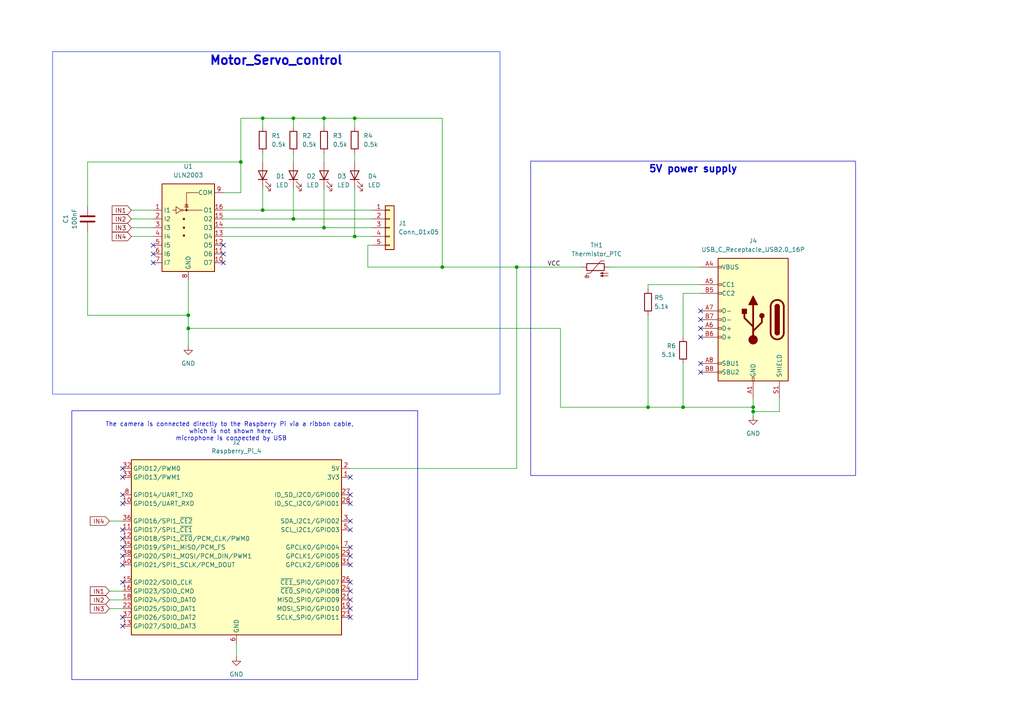
<source format=kicad_sch>
(kicad_sch (version 20250114) (generator "eeschema") (generator_version "9.0")
  (paper "A4")
  (title_block (title "Camera Navigation by Microphone Direction") (date "2025-11-26") (rev "3.0"))
  (lib_symbols
    (symbol "Connector:Raspberry_Pi_4"
      (property "Reference" "J" (at -17.526 48.768 0))
      (property "Value" "Raspberry_Pi_4" (at 15.748 -26.416 0))
      (symbol "Raspberry_Pi_4_0_1"
        (rectangle (start -30.48 25.4) (end 30.48 -25.4) (stroke (width 0.254)) (fill (type background)))
      )
      (symbol "Raspberry_Pi_4_1_1"
        (pin bidirectional line (at -33.02 22.86 0) (length 2.54) (name "GPIO12/PWM0") (number "32"))
        (pin bidirectional line (at -33.02 20.32 0) (length 2.54) (name "GPIO13/PWM1") (number "33"))
        (pin bidirectional line (at -33.02 15.24 0) (length 2.54) (name "GPIO14/UART_TXD") (number "8"))
        (pin bidirectional line (at -33.02 12.7 0) (length 2.54) (name "GPIO15/UART_RXD") (number "10"))
        (pin bidirectional line (at -33.02 7.62 0) (length 2.54) (name "GPIO16/SPI1_~{CE2}") (number "36"))
        (pin bidirectional line (at -33.02 5.08 0) (length 2.54) (name "GPIO17/SPI1_~{CE1}") (number "11"))
        (pin bidirectional line (at -33.02 2.54 0) (length 2.54) (name "GPIO18/SPI1_~{CE0}/PCM_CLK/PWM0") (number "12"))
        (pin bidirectional line (at -33.02 0 0) (length 2.54) (name "GPIO19/SPI1_MISO/PCM_FS") (number "35"))
        (pin bidirectional line (at -33.02 -2.54 0) (length 2.54) (name "GPIO20/SPI1_MOSI/PCM_DIN/PWM1") (number "38"))
        (pin bidirectional line (at -33.02 -5.08 0) (length 2.54) (name "GPIO21/SPI1_SCLK/PCM_DOUT") (number "40"))
        (pin bidirectional line (at -33.02 -10.16 0) (length 2.54) (name "GPIO22/SDIO_CLK") (number "15"))
        (pin bidirectional line (at -33.02 -12.7 0) (length 2.54) (name "GPIO23/SDIO_CMD") (number "16"))
        (pin bidirectional line (at -33.02 -15.24 0) (length 2.54) (name "GPIO24/SDIO_DAT0") (number "18"))
        (pin bidirectional line (at -33.02 -17.78 0) (length 2.54) (name "GPIO25/SDIO_DAT1") (number "22"))
        (pin bidirectional line (at -33.02 -20.32 0) (length 2.54) (name "GPIO26/SDIO_DAT2") (number "37"))
        (pin bidirectional line (at -33.02 -22.86 0) (length 2.54) (name "GPIO27/SDIO_DAT3") (number "13"))
        (pin passive line (at 0 -27.94 90) (length 2.54) (hide yes) (name "GND") (number "14"))
        (pin passive line (at 0 -27.94 90) (length 2.54) (hide yes) (name "GND") (number "20"))
        (pin passive line (at 0 -27.94 90) (length 2.54) (hide yes) (name "GND") (number "25"))
        (pin passive line (at 0 -27.94 90) (length 2.54) (hide yes) (name "GND") (number "30"))
        (pin passive line (at 0 -27.94 90) (length 2.54) (hide yes) (name "GND") (number "34"))
        (pin passive line (at 0 -27.94 90) (length 2.54) (hide yes) (name "GND") (number "39"))
        (pin power_out line (at 0 -27.94 90) (length 2.54) (name "GND") (number "6"))
        (pin passive line (at 0 -27.94 90) (length 2.54) (hide yes) (name "GND") (number "9"))
        (pin power_out line (at 33.02 22.86 180) (length 2.54) (name "5V") (number "2"))
        (pin passive line (at 33.02 22.86 180) (length 2.54) (hide yes) (name "5V") (number "4"))
        (pin power_out line (at 33.02 20.32 180) (length 2.54) (name "3V3") (number "1"))
        (pin passive line (at 33.02 20.32 180) (length 2.54) (hide yes) (name "3V3") (number "17"))
        (pin bidirectional line (at 33.02 15.24 180) (length 2.54) (name "ID_SD_I2C0/GPIO00") (number "27"))
        (pin bidirectional line (at 33.02 12.7 180) (length 2.54) (name "ID_SC_I2C0/GPIO01") (number "28"))
        (pin bidirectional line (at 33.02 7.62 180) (length 2.54) (name "SDA_I2C1/GPIO02") (number "3"))
        (pin bidirectional line (at 33.02 5.08 180) (length 2.54) (name "SCL_I2C1/GPIO03") (number "5"))
        (pin bidirectional line (at 33.02 0 180) (length 2.54) (name "GPCLK0/GPIO04") (number "7"))
        (pin bidirectional line (at 33.02 -2.54 180) (length 2.54) (name "GPCLK1/GPIO05") (number "29"))
        (pin bidirectional line (at 33.02 -5.08 180) (length 2.54) (name "GPCLK2/GPIO06") (number "31"))
        (pin bidirectional line (at 33.02 -10.16 180) (length 2.54) (name "~{CE1}_SPI0/GPIO07") (number "26"))
        (pin bidirectional line (at 33.02 -12.7 180) (length 2.54) (name "~{CE0}_SPI0/GPIO08") (number "24"))
        (pin bidirectional line (at 33.02 -15.24 180) (length 2.54) (name "MISO_SPI0/GPIO09") (number "21"))
        (pin bidirectional line (at 33.02 -17.78 180) (length 2.54) (name "MOSI_SPI0/GPIO10") (number "19"))
        (pin bidirectional line (at 33.02 -20.32 180) (length 2.54) (name "SCLK_SPI0/GPIO11") (number "23"))
      )
    )
    (symbol "Connector:USB_C_Receptacle_USB2.0_16P" (pin_names (offset 1.016))
      (property "Reference" "J" (at 0 22.225 0))
      (property "Value" "USB_C_Receptacle_USB2.0_16P" (at 0 19.685 0))
      (symbol "USB_C_Receptacle_USB2.0_16P_0_0"
        (rectangle (start -0.254 -17.78) (end 0.254 -16.764))
        (rectangle (start 10.16 15.494) (end 9.144 14.986))
        (rectangle (start 10.16 10.414) (end 9.144 9.906))
        (rectangle (start 10.16 7.874) (end 9.144 7.366))
        (rectangle (start 10.16 2.794) (end 9.144 2.286))
        (rectangle (start 10.16 0.254) (end 9.144 -0.254))
        (rectangle (start 10.16 -2.286) (end 9.144 -2.794))
        (rectangle (start 10.16 -4.826) (end 9.144 -5.334))
        (rectangle (start 10.16 -12.446) (end 9.144 -12.954))
        (rectangle (start 10.16 -14.986) (end 9.144 -15.494))
      )
      (symbol "USB_C_Receptacle_USB2.0_16P_0_1"
        (rectangle (start -10.16 17.78) (end 10.16 -17.78) (stroke (width 0.254)) (fill (type background)))
        (polyline (pts (xy -8.89 -3.81) (xy -8.89 3.81)) (stroke (width 0.508)))
        (rectangle (start -7.62 -3.81) (end -6.35 3.81) (stroke (width 0.254)) (fill (type outline)))
        (arc (start -7.62 3.81) (mid -6.985 4.4423) (end -6.35 3.81) (stroke (width 0.254)))
        (arc (start -7.62 3.81) (mid -6.985 4.4423) (end -6.35 3.81) (stroke (width 0.254)) (fill (type outline)))
        (arc (start -8.89 3.81) (mid -6.985 5.7067) (end -5.08 3.81) (stroke (width 0.508)))
        (arc (start -5.08 -3.81) (mid -6.985 -5.7067) (end -8.89 -3.81) (stroke (width 0.508)))
        (arc (start -6.35 -3.81) (mid -6.985 -4.4423) (end -7.62 -3.81) (stroke (width 0.254)))
        (arc (start -6.35 -3.81) (mid -6.985 -4.4423) (end -7.62 -3.81) (stroke (width 0.254)) (fill (type outline)))
        (polyline (pts (xy -5.08 3.81) (xy -5.08 -3.81)) (stroke (width 0.508)))
        (circle (center -2.54 1.143) (radius 0.635) (stroke (width 0.254)) (fill (type outline)))
        (polyline (pts (xy -1.27 4.318) (xy 0 6.858) (xy 1.27 4.318) (xy -1.27 4.318)) (stroke (width 0.254)) (fill (type outline)))
        (polyline (pts (xy 0 -2.032) (xy 2.54 0.508) (xy 2.54 1.778)) (stroke (width 0.508)))
        (polyline (pts (xy 0 -3.302) (xy -2.54 -0.762) (xy -2.54 0.508)) (stroke (width 0.508)))
        (polyline (pts (xy 0 -5.842) (xy 0 4.318)) (stroke (width 0.508)))
        (circle (center 0 -5.842) (radius 1.27) (fill (type outline)))
        (rectangle (start 1.905 1.778) (end 3.175 3.048) (stroke (width 0.254)) (fill (type outline)))
      )
      (symbol "USB_C_Receptacle_USB2.0_16P_1_1"
        (pin passive line (at -7.62 -22.86 90) (length 5.08) (name "SHIELD") (number "S1"))
        (pin passive line (at 0 -22.86 90) (length 5.08) (name "GND") (number "A1"))
        (pin passive line (at 0 -22.86 90) (length 5.08) (hide yes) (name "GND") (number "A12"))
        (pin passive line (at 0 -22.86 90) (length 5.08) (hide yes) (name "GND") (number "B1"))
        (pin passive line (at 0 -22.86 90) (length 5.08) (hide yes) (name "GND") (number "B12"))
        (pin passive line (at 15.24 15.24 180) (length 5.08) (name "VBUS") (number "A4"))
        (pin passive line (at 15.24 15.24 180) (length 5.08) (hide yes) (name "VBUS") (number "A9"))
        (pin passive line (at 15.24 15.24 180) (length 5.08) (hide yes) (name "VBUS") (number "B4"))
        (pin passive line (at 15.24 15.24 180) (length 5.08) (hide yes) (name "VBUS") (number "B9"))
        (pin bidirectional line (at 15.24 10.16 180) (length 5.08) (name "CC1") (number "A5"))
        (pin bidirectional line (at 15.24 7.62 180) (length 5.08) (name "CC2") (number "B5"))
        (pin bidirectional line (at 15.24 2.54 180) (length 5.08) (name "D-") (number "A7"))
        (pin bidirectional line (at 15.24 0 180) (length 5.08) (name "D-") (number "B7"))
        (pin bidirectional line (at 15.24 -2.54 180) (length 5.08) (name "D+") (number "A6"))
        (pin bidirectional line (at 15.24 -5.08 180) (length 5.08) (name "D+") (number "B6"))
        (pin bidirectional line (at 15.24 -12.7 180) (length 5.08) (name "SBU1") (number "A8"))
        (pin bidirectional line (at 15.24 -15.24 180) (length 5.08) (name "SBU2") (number "B8"))
      )
    )
    (symbol "Connector_Generic:Conn_01x05" (pin_names (offset 1.016) (hide yes))
      (property "Reference" "J" (at 0 7.62 0))
      (property "Value" "Conn_01x05" (at 0 -7.62 0))
      (symbol "Conn_01x05_1_1"
        (rectangle (start -1.27 6.35) (end 1.27 -6.35) (stroke (width 0.254)) (fill (type background)))
        (rectangle (start -1.27 5.207) (end 0 4.953) (stroke (width 0.1524)))
        (rectangle (start -1.27 2.667) (end 0 2.413) (stroke (width 0.1524)))
        (rectangle (start -1.27 0.127) (end 0 -0.127) (stroke (width 0.1524)))
        (rectangle (start -1.27 -2.413) (end 0 -2.667) (stroke (width 0.1524)))
        (rectangle (start -1.27 -4.953) (end 0 -5.207) (stroke (width 0.1524)))
        (pin passive line (at -5.08 5.08 0) (length 3.81) (name "Pin_1") (number "1"))
        (pin passive line (at -5.08 2.54 0) (length 3.81) (name "Pin_2") (number "2"))
        (pin passive line (at -5.08 0 0) (length 3.81) (name "Pin_3") (number "3"))
        (pin passive line (at -5.08 -2.54 0) (length 3.81) (name "Pin_4") (number "4"))
        (pin passive line (at -5.08 -5.08 0) (length 3.81) (name "Pin_5") (number "5"))
      )
    )
    (symbol "Device:C" (pin_numbers (hide yes)) (pin_names (offset 0.254))
      (property "Reference" "C" (at 0.635 2.54 0))
      (property "Value" "C" (at 0.635 -2.54 0))
      (symbol "C_0_1"
        (polyline (pts (xy -2.032 0.762) (xy 2.032 0.762)) (stroke (width 0.508)))
        (polyline (pts (xy -2.032 -0.762) (xy 2.032 -0.762)) (stroke (width 0.508)))
      )
      (symbol "C_1_1"
        (pin passive line (at 0 3.81 270) (length 2.794) (name "~") (number "1"))
        (pin passive line (at 0 -3.81 90) (length 2.794) (name "~") (number "2"))
      )
    )
    (symbol "Device:LED" (pin_numbers (hide yes)) (pin_names (offset 1.016) (hide yes))
      (property "Reference" "D" (at 0 2.54 0))
      (property "Value" "LED" (at 0 -2.54 0))
      (symbol "LED_0_1"
        (polyline (pts (xy -3.048 -0.762) (xy -4.572 -2.286) (xy -3.81 -2.286) (xy -4.572 -2.286) (xy -4.572 -1.524)))
        (polyline (pts (xy -1.778 -0.762) (xy -3.302 -2.286) (xy -2.54 -2.286) (xy -3.302 -2.286) (xy -3.302 -1.524)))
        (polyline (pts (xy -1.27 0) (xy 1.27 0)))
        (polyline (pts (xy -1.27 -1.27) (xy -1.27 1.27)) (stroke (width 0.254)))
        (polyline (pts (xy 1.27 -1.27) (xy 1.27 1.27) (xy -1.27 0) (xy 1.27 -1.27)) (stroke (width 0.254)))
      )
      (symbol "LED_1_1"
        (pin passive line (at -3.81 0 0) (length 2.54) (name "K") (number "1"))
        (pin passive line (at 3.81 0 180) (length 2.54) (name "A") (number "2"))
      )
    )
    (symbol "Device:R" (pin_numbers (hide yes)) (pin_names (offset 0))
      (property "Reference" "R" (at 2.032 0 90))
      (property "Value" "R" (at 0 0 90))
      (symbol "R_0_1"
        (rectangle (start -1.016 -2.54) (end 1.016 2.54) (stroke (width 0.254)))
      )
      (symbol "R_1_1"
        (pin passive line (at 0 3.81 270) (length 1.27) (name "~") (number "1"))
        (pin passive line (at 0 -3.81 90) (length 1.27) (name "~") (number "2"))
      )
    )
    (symbol "Device:Thermistor_PTC" (pin_numbers (hide yes)) (pin_names (offset 0))
      (property "Reference" "TH" (at -4.064 0 90))
      (property "Value" "Thermistor_PTC" (at 3.048 0 90))
      (symbol "Thermistor_PTC_0_1"
        (arc (start -3.175 2.413) (mid -3.0506 2.3165) (end -3.048 2.159))
        (arc (start -3.048 2.794) (mid -2.9736 2.9736) (end -2.794 3.048))
        (arc (start -2.794 3.048) (mid -2.6144 2.9736) (end -2.54 2.794))
        (arc (start -2.794 2.54) (mid -2.9736 2.6144) (end -3.048 2.794))
        (arc (start -2.794 1.905) (mid -2.9736 1.9794) (end -3.048 2.159))
        (arc (start -2.54 2.159) (mid -2.6144 1.9794) (end -2.794 1.905))
        (arc (start -2.159 2.794) (mid -2.434 2.5608) (end -2.794 2.54))
        (polyline (pts (xy -2.54 2.159) (xy -2.54 2.794)))
        (polyline (pts (xy -2.54 -3.683) (xy -2.54 -1.397) (xy -2.794 -2.159) (xy -2.286 -2.159) (xy -2.54 -1.397) (xy -2.54 -1.651)) (fill (type outline)))
        (polyline (pts (xy -1.778 2.54) (xy -1.778 1.524) (xy 1.778 -1.524) (xy 1.778 -2.54)))
        (polyline (pts (xy -1.778 -3.683) (xy -1.778 -1.397) (xy -2.032 -2.159) (xy -1.524 -2.159) (xy -1.778 -1.397) (xy -1.778 -1.651)) (fill (type outline)))
        (rectangle (start -1.016 2.54) (end 1.016 -2.54) (stroke (width 0.254)))
      )
      (symbol "Thermistor_PTC_1_1"
        (pin passive line (at 0 3.81 270) (length 1.27) (name "~") (number "1"))
        (pin passive line (at 0 -3.81 90) (length 1.27) (name "~") (number "2"))
      )
    )
    (symbol "Transistor_Array:ULN2003"
      (property "Reference" "U" (at 0 15.875 0))
      (property "Value" "ULN2003" (at 0 13.97 0))
      (symbol "ULN2003_0_1"
        (rectangle (start -7.62 -12.7) (end 7.62 12.7) (stroke (width 0.254)) (fill (type background)))
        (polyline (pts (xy -4.572 5.08) (xy -3.556 5.08)))
        (polyline (pts (xy -3.556 6.096) (xy -3.556 4.064) (xy -2.032 5.08) (xy -3.556 6.096)))
        (circle (center -1.778 5.08) (radius 0.254))
        (polyline (pts (xy -1.524 5.08) (xy 4.064 5.08)))
        (circle (center -1.27 2.54) (radius 0.254) (fill (type outline)))
        (circle (center -1.27 0) (radius 0.254) (fill (type outline)))
        (circle (center -1.27 -2.286) (radius 0.254) (fill (type outline)))
        (circle (center -0.508 5.08) (radius 0.254) (fill (type outline)))
        (polyline (pts (xy -0.508 5.08) (xy -0.508 10.16) (xy 2.921 10.16)))
        (polyline (pts (xy 0 6.731) (xy -1.016 6.731)))
        (polyline (pts (xy 0 5.969) (xy -1.016 5.969) (xy -0.508 6.731) (xy 0 5.969)))
      )
      (symbol "ULN2003_1_1"
        (pin input line (at -10.16 5.08 0) (length 2.54) (name "I1") (number "1"))
        (pin input line (at -10.16 2.54 0) (length 2.54) (name "I2") (number "2"))
        (pin input line (at -10.16 0 0) (length 2.54) (name "I3") (number "3"))
        (pin input line (at -10.16 -2.54 0) (length 2.54) (name "I4") (number "4"))
        (pin input line (at -10.16 -5.08 0) (length 2.54) (name "I5") (number "5"))
        (pin input line (at -10.16 -7.62 0) (length 2.54) (name "I6") (number "6"))
        (pin input line (at -10.16 -10.16 0) (length 2.54) (name "I7") (number "7"))
        (pin power_in line (at 0 -15.24 90) (length 2.54) (name "GND") (number "8"))
        (pin passive line (at 10.16 10.16 180) (length 2.54) (name "COM") (number "9"))
        (pin open_collector line (at 10.16 5.08 180) (length 2.54) (name "O1") (number "16"))
        (pin open_collector line (at 10.16 2.54 180) (length 2.54) (name "O2") (number "15"))
        (pin open_collector line (at 10.16 0 180) (length 2.54) (name "O3") (number "14"))
        (pin open_collector line (at 10.16 -2.54 180) (length 2.54) (name "O4") (number "13"))
        (pin open_collector line (at 10.16 -5.08 180) (length 2.54) (name "O5") (number "12"))
        (pin open_collector line (at 10.16 -7.62 180) (length 2.54) (name "O6") (number "11"))
        (pin open_collector line (at 10.16 -10.16 180) (length 2.54) (name "O7") (number "10"))
      )
    )
    (symbol "power:GND" (power) (pin_numbers (hide yes)) (pin_names (offset 0) (hide yes))
      (property "Value" "GND" (at 0 -3.81 0))
      (symbol "GND_0_1"
        (polyline (pts (xy 0 0) (xy 0 -1.27) (xy 1.27 -1.27) (xy 0 -2.54) (xy -1.27 -1.27) (xy 0 -1.27)))
      )
      (symbol "GND_1_1"
        (pin power_in line (at 0 0 270) (length 0) (name "~") (number "1"))
      )
    )
  )
  (text "The camera is connected directly to the Raspberry Pi via a ribbon cable, \nwhich is not shown here.\nmicrophone is connected by USB" (at 67.056 125.222 0) (effects (font (size 1.27 1.27))))
  (text_box "Motor_Servo_control\n" (at 15.24 14.986 0) (size 129.794 99.314) (margins 0.9525 0.9525 0.9525 0.9525) (stroke (width 0) (color 20 58 255 1)) (effects (font (size 2.54 2.54) (thickness 0.508) (bold yes)) (justify top)))
  (text_box "5V power supply" (at 153.924 46.736 0) (size 94.234 91.186) (margins 0.9525 0.9525 0.9525 0.9525) (effects (font (size 2.032 2.032) (thickness 0.4064) (bold yes)) (justify top)))
  (text_box "" (at 20.828 119.126 0) (size 100.33 77.978) (margins 0.9525 0.9525 0.9525 0.9525) (effects (font (size 1.27 1.27)) (justify left top)))
  (junction (at 85.09 63.5))
  (junction (at 69.85 46.99))
  (junction (at 102.87 34.29))
  (junction (at 187.96 118.11))
  (junction (at 128.27 77.47))
  (junction (at 54.61 91.44))
  (junction (at 102.87 68.58))
  (junction (at 54.61 95.25))
  (junction (at 218.44 118.11))
  (junction (at 149.86 77.47))
  (junction (at 76.2 34.29))
  (junction (at 198.12 118.11))
  (junction (at 93.98 34.29))
  (junction (at 76.2 60.96))
  (junction (at 218.44 119.38))
  (junction (at 85.09 34.29))
  (junction (at 93.98 66.04))
  (no_connect (at 101.6 151.13))
  (no_connect (at 203.2 97.79))
  (no_connect (at 203.2 107.95))
  (no_connect (at 64.77 76.2))
  (no_connect (at 101.6 173.99))
  (no_connect (at 44.45 73.66))
  (no_connect (at 203.2 92.71))
  (no_connect (at 44.45 71.12))
  (no_connect (at 101.6 163.83))
  (no_connect (at 101.6 138.43))
  (no_connect (at 101.6 168.91))
  (no_connect (at 35.56 143.51))
  (no_connect (at 35.56 153.67))
  (no_connect (at 35.56 138.43))
  (no_connect (at 203.2 105.41))
  (no_connect (at 35.56 156.21))
  (no_connect (at 35.56 146.05))
  (no_connect (at 35.56 168.91))
  (no_connect (at 203.2 90.17))
  (no_connect (at 101.6 153.67))
  (no_connect (at 101.6 179.07))
  (no_connect (at 35.56 181.61))
  (no_connect (at 64.77 73.66))
  (no_connect (at 35.56 135.89))
  (no_connect (at 35.56 163.83))
  (no_connect (at 35.56 161.29))
  (no_connect (at 203.2 95.25))
  (no_connect (at 101.6 161.29))
  (no_connect (at 64.77 71.12))
  (no_connect (at 35.56 158.75))
  (no_connect (at 35.56 179.07))
  (no_connect (at 101.6 158.75))
  (no_connect (at 101.6 143.51))
  (no_connect (at 101.6 176.53))
  (no_connect (at 44.45 76.2))
  (no_connect (at 101.6 146.05))
  (no_connect (at 101.6 171.45))
  (wire (pts (xy 198.12 85.09) (xy 203.2 85.09)))
  (wire (pts (xy 106.68 77.47) (xy 106.68 71.12)))
  (wire (pts (xy 93.98 44.45) (xy 93.98 46.99)))
  (wire (pts (xy 162.56 118.11) (xy 187.96 118.11)))
  (wire (pts (xy 226.06 115.57) (xy 226.06 119.38)))
  (wire (pts (xy 85.09 34.29) (xy 93.98 34.29)))
  (wire (pts (xy 31.75 176.53) (xy 35.56 176.53)))
  (wire (pts (xy 54.61 95.25) (xy 162.56 95.25)))
  (wire (pts (xy 38.1 63.5) (xy 44.45 63.5)))
  (wire (pts (xy 187.96 91.44) (xy 187.96 118.11)))
  (wire (pts (xy 128.27 77.47) (xy 106.68 77.47)))
  (wire (pts (xy 198.12 105.41) (xy 198.12 118.11)))
  (wire (pts (xy 38.1 66.04) (xy 44.45 66.04)))
  (wire (pts (xy 64.77 63.5) (xy 85.09 63.5)))
  (wire (pts (xy 218.44 115.57) (xy 218.44 118.11)))
  (wire (pts (xy 25.4 91.44) (xy 25.4 67.31)))
  (wire (pts (xy 102.87 34.29) (xy 102.87 36.83)))
  (wire (pts (xy 106.68 71.12) (xy 107.95 71.12)))
  (wire (pts (xy 31.75 171.45) (xy 35.56 171.45)))
  (wire (pts (xy 128.27 77.47) (xy 149.86 77.47)))
  (wire (pts (xy 93.98 34.29) (xy 102.87 34.29)))
  (wire (pts (xy 162.56 95.25) (xy 162.56 118.11)))
  (wire (pts (xy 76.2 44.45) (xy 76.2 46.99)))
  (wire (pts (xy 102.87 54.61) (xy 102.87 68.58)))
  (wire (pts (xy 128.27 34.29) (xy 128.27 77.47)))
  (wire (pts (xy 31.75 173.99) (xy 35.56 173.99)))
  (wire (pts (xy 54.61 81.28) (xy 54.61 91.44)))
  (wire (pts (xy 64.77 55.88) (xy 69.85 55.88)))
  (wire (pts (xy 25.4 59.69) (xy 25.4 46.99)))
  (wire (pts (xy 54.61 91.44) (xy 54.61 95.25)))
  (wire (pts (xy 93.98 54.61) (xy 93.98 66.04)))
  (wire (pts (xy 38.1 60.96) (xy 44.45 60.96)))
  (wire (pts (xy 85.09 63.5) (xy 107.95 63.5)))
  (wire (pts (xy 31.75 151.13) (xy 35.56 151.13)))
  (wire (pts (xy 93.98 66.04) (xy 107.95 66.04)))
  (wire (pts (xy 102.87 44.45) (xy 102.87 46.99)))
  (wire (pts (xy 85.09 44.45) (xy 85.09 46.99)))
  (wire (pts (xy 69.85 46.99) (xy 69.85 34.29)))
  (wire (pts (xy 69.85 55.88) (xy 69.85 46.99)))
  (wire (pts (xy 64.77 60.96) (xy 76.2 60.96)))
  (wire (pts (xy 226.06 119.38) (xy 218.44 119.38)))
  (wire (pts (xy 54.61 95.25) (xy 54.61 100.33)))
  (wire (pts (xy 69.85 34.29) (xy 76.2 34.29)))
  (wire (pts (xy 54.61 91.44) (xy 25.4 91.44)))
  (wire (pts (xy 68.58 186.69) (xy 68.58 190.5)))
  (wire (pts (xy 149.86 135.89) (xy 149.86 77.47)))
  (wire (pts (xy 38.1 68.58) (xy 44.45 68.58)))
  (wire (pts (xy 187.96 118.11) (xy 198.12 118.11)))
  (wire (pts (xy 76.2 34.29) (xy 85.09 34.29)))
  (wire (pts (xy 102.87 34.29) (xy 128.27 34.29)))
  (wire (pts (xy 187.96 82.55) (xy 203.2 82.55)))
  (wire (pts (xy 102.87 68.58) (xy 107.95 68.58)))
  (wire (pts (xy 25.4 46.99) (xy 69.85 46.99)))
  (wire (pts (xy 187.96 83.82) (xy 187.96 82.55)))
  (wire (pts (xy 101.6 135.89) (xy 149.86 135.89)))
  (wire (pts (xy 198.12 118.11) (xy 218.44 118.11)))
  (wire (pts (xy 85.09 34.29) (xy 85.09 36.83)))
  (wire (pts (xy 76.2 54.61) (xy 76.2 60.96)))
  (wire (pts (xy 64.77 66.04) (xy 93.98 66.04)))
  (wire (pts (xy 64.77 68.58) (xy 102.87 68.58)))
  (wire (pts (xy 198.12 97.79) (xy 198.12 85.09)))
  (wire (pts (xy 76.2 60.96) (xy 107.95 60.96)))
  (wire (pts (xy 149.86 77.47) (xy 168.91 77.47)))
  (wire (pts (xy 93.98 34.29) (xy 93.98 36.83)))
  (wire (pts (xy 218.44 118.11) (xy 218.44 119.38)))
  (wire (pts (xy 176.53 77.47) (xy 203.2 77.47)))
  (wire (pts (xy 85.09 54.61) (xy 85.09 63.5)))
  (wire (pts (xy 76.2 36.83) (xy 76.2 34.29)))
  (wire (pts (xy 218.44 119.38) (xy 218.44 120.65)))
  (label "VCC" (at 158.75 77.47 0))
  (global_label "IN3" (shape input) (at 38.1 66.04 180) (property "Intersheetrefs" "${INTERSHEET_REFS}" (effects (hide yes))))
  (global_label "IN1" (shape input) (at 38.1 60.96 180) (property "Intersheetrefs" "${INTERSHEET_REFS}" (effects (hide yes))))
  (global_label "IN2" (shape input) (at 38.1 63.5 180) (property "Intersheetrefs" "${INTERSHEET_REFS}" (effects (hide yes))))
  (global_label "IN2" (shape input) (at 31.75 173.99 180) (property "Intersheetrefs" "${INTERSHEET_REFS}" (effects (hide yes))))
  (global_label "IN3" (shape input) (at 31.75 176.53 180) (property "Intersheetrefs" "${INTERSHEET_REFS}" (effects (hide yes))))
  (global_label "IN1" (shape input) (at 31.75 171.45 180) (property "Intersheetrefs" "${INTERSHEET_REFS}" (effects (hide yes))))
  (global_label "IN4" (shape input) (at 31.75 151.13 180) (property "Intersheetrefs" "${INTERSHEET_REFS}" (effects (hide yes))))
  (global_label "IN4" (shape input) (at 38.1 68.58 180) (property "Intersheetrefs" "${INTERSHEET_REFS}" (effects (hide yes))))
  (symbol (lib_id "Connector:USB_C_Receptacle_USB2.0_16P") (at 218.44 92.71 0) (mirror y) (unit 1)
    (property "Reference" "J4" (at 218.44 69.85 0))
    (property "Value" "USB_C_Receptacle_USB2.0_16P" (at 218.44 72.39 0))
    (property "Footprint" "Connector_USB:USB_C_Receptacle_GCT_USB4105-xx-A_16P_TopMnt_Horizontal" (effects (hide yes)))
    (property "Datasheet" "https://www.usb.org/sites/default/files/documents/usb_type-c.zip" (effects (hide yes)))
    (property "Description" "USB 2.0-only 16P Type-C Receptacle connector" (effects (hide yes)))
  )
  (symbol (lib_id "power:GND") (at 218.44 120.65 0) (unit 1)
    (property "Reference" "#PWR03" (effects (hide yes)))
    (property "Value" "GND" (at 218.44 125.73 0))
    (property "Description" "Power symbol creates a global label with name \"GND\" , ground" (effects (hide yes)))
  )
  (symbol (lib_id "Device:R") (at 85.09 40.64 0) (unit 1)
    (property "Reference" "R2" (at 87.63 39.3699 0) (effects (justify left)))
    (property "Value" "0.5k" (at 87.63 41.9099 0) (effects (justify left)))
    (property "Footprint" "Resistor_SMD:R_0805_2012Metric_Pad1.20x1.40mm_HandSolder" (effects (hide yes)))
    (property "Description" "Resistor" (effects (hide yes)))
  )
  (symbol (lib_id "Device:R") (at 76.2 40.64 0) (unit 1)
    (property "Reference" "R1" (at 78.74 39.3699 0) (effects (justify left)))
    (property "Value" "0.5k" (at 78.74 41.9099 0) (effects (justify left)))
    (property "Footprint" "Resistor_SMD:R_0805_2012Metric_Pad1.20x1.40mm_HandSolder" (effects (hide yes)))
    (property "Description" "Resistor" (effects (hide yes)))
  )
  (symbol (lib_id "Device:LED") (at 102.87 50.8 90) (unit 1)
    (property "Reference" "D4" (at 106.68 51.1174 90) (effects (justify right)))
    (property "Value" "LED" (at 106.68 53.6574 90) (effects (justify right)))
    (property "Footprint" "LED_THT:LED_D3.0mm" (effects (hide yes)))
    (property "Description" "Light emitting diode" (effects (hide yes)))
    (property "Sim.Pins" "1=K 2=A" (effects (hide yes)))
  )
  (symbol (lib_id "Device:R") (at 93.98 40.64 0) (unit 1)
    (property "Reference" "R3" (at 96.52 39.3699 0) (effects (justify left)))
    (property "Value" "0.5k" (at 96.52 41.9099 0) (effects (justify left)))
    (property "Footprint" "Resistor_SMD:R_0805_2012Metric_Pad1.20x1.40mm_HandSolder" (effects (hide yes)))
    (property "Description" "Resistor" (effects (hide yes)))
  )
  (symbol (lib_id "Device:LED") (at 85.09 50.8 90) (unit 1)
    (property "Reference" "D2" (at 88.9 51.1174 90) (effects (justify right)))
    (property "Value" "LED" (at 88.9 53.6574 90) (effects (justify right)))
    (property "Footprint" "LED_THT:LED_D3.0mm" (effects (hide yes)))
    (property "Description" "Light emitting diode" (effects (hide yes)))
    (property "Sim.Pins" "1=K 2=A" (effects (hide yes)))
  )
  (symbol (lib_id "Device:R") (at 198.12 101.6 0) (mirror y) (unit 1)
    (property "Reference" "R6" (at 196.088 100.33 0) (effects (justify left)))
    (property "Value" "5.1k" (at 196.088 102.87 0) (effects (justify left)))
    (property "Footprint" "Resistor_SMD:R_0805_2012Metric_Pad1.20x1.40mm_HandSolder" (effects (hide yes)))
    (property "Description" "Resistor" (effects (hide yes)))
  )
  (symbol (lib_id "power:GND") (at 54.61 100.33 0) (unit 1)
    (property "Reference" "#PWR01" (effects (hide yes)))
    (property "Value" "GND" (at 54.61 105.41 0))
    (property "Description" "Power symbol creates a global label with name \"GND\" , ground" (effects (hide yes)))
  )
  (symbol (lib_id "Transistor_Array:ULN2003") (at 54.61 66.04 0) (unit 1)
    (property "Reference" "U1" (at 54.61 48.26 0))
    (property "Value" "ULN2003" (at 54.61 50.8 0))
    (property "Footprint" "Package_DIP:DIP-16_W7.62mm_LongPads" (effects (hide yes)))
    (property "Datasheet" "http://www.ti.com/lit/ds/symlink/uln2003a.pdf" (effects (hide yes)))
    (property "Description" "High Voltage, High Current Darlington Transistor Arrays, SOIC16/SOIC16W/DIP16/TSSOP16" (effects (hide yes)))
  )
  (symbol (lib_id "Device:LED") (at 76.2 50.8 90) (unit 1)
    (property "Reference" "D1" (at 80.01 51.1174 90) (effects (justify right)))
    (property "Value" "LED" (at 80.01 53.6574 90) (effects (justify right)))
    (property "Footprint" "LED_THT:LED_D3.0mm" (effects (hide yes)))
    (property "Description" "Light emitting diode" (effects (hide yes)))
    (property "Sim.Pins" "1=K 2=A" (effects (hide yes)))
  )
  (symbol (lib_id "Device:Thermistor_PTC") (at 172.72 77.47 90) (unit 1)
    (property "Reference" "TH1" (at 173.0375 71.12 90))
    (property "Value" "Thermistor_PTC" (at 173.0375 73.66 90))
    (property "Footprint" "Fuse:Fuse_Bourns_MF-RHT300" (effects (hide yes)))
    (property "Description" "Temperature dependent resistor, positive temperature coefficient" (effects (hide yes)))
  )
  (symbol (lib_id "Connector_Generic:Conn_01x05") (at 113.03 66.04 0) (unit 1)
    (property "Reference" "J1" (at 115.57 64.7699 0) (effects (justify left)))
    (property "Value" "Conn_01x05" (at 115.57 67.3099 0) (effects (justify left)))
    (property "Footprint" "Connector_JST:JST_XH_B5B-XH-A_1x05_P2.50mm_Vertical" (effects (hide yes)))
    (property "Description" "Generic connector, single row, 01x05, script generated (kicad-library-utils/schlib/autogen/connector/)" (effects (hide yes)))
  )
  (symbol (lib_id "Device:R") (at 102.87 40.64 0) (unit 1)
    (property "Reference" "R4" (at 105.41 39.3699 0) (effects (justify left)))
    (property "Value" "0.5k" (at 105.41 41.9099 0) (effects (justify left)))
    (property "Footprint" "Resistor_SMD:R_0805_2012Metric_Pad1.20x1.40mm_HandSolder" (effects (hide yes)))
    (property "Description" "Resistor" (effects (hide yes)))
  )
  (symbol (lib_id "Device:LED") (at 93.98 50.8 90) (unit 1)
    (property "Reference" "D3" (at 97.79 51.1174 90) (effects (justify right)))
    (property "Value" "LED" (at 97.79 53.6574 90) (effects (justify right)))
    (property "Footprint" "LED_THT:LED_D3.0mm" (effects (hide yes)))
    (property "Description" "Light emitting diode" (effects (hide yes)))
    (property "Sim.Pins" "1=K 2=A" (effects (hide yes)))
  )
  (symbol (lib_id "Device:C") (at 25.4 63.5 180) (unit 1)
    (property "Reference" "C1" (at 19.05 63.5 90))
    (property "Value" "100nF" (at 21.59 63.5 90))
    (property "Footprint" "Capacitor_SMD:C_0805_2012Metric_Pad1.18x1.45mm_HandSolder" (effects (hide yes)))
    (property "Description" "Unpolarized capacitor" (effects (hide yes)))
  )
  (symbol (lib_id "Device:R") (at 187.96 87.63 0) (unit 1)
    (property "Reference" "R5" (at 189.738 86.36 0) (effects (justify left)))
    (property "Value" "5.1k" (at 189.738 88.9 0) (effects (justify left)))
    (property "Footprint" "Resistor_SMD:R_0805_2012Metric_Pad1.20x1.40mm_HandSolder" (effects (hide yes)))
    (property "Description" "Resistor" (effects (hide yes)))
  )
  (symbol (lib_id "Connector:Raspberry_Pi_4") (at 68.58 158.75 0) (unit 1)
    (property "Reference" "J2" (at 68.58 128.27 0))
    (property "Value" "Raspberry_Pi_4" (at 68.58 130.81 0))
    (property "Footprint" "XVF_3800_Dock:rap5" (effects (hide yes)))
    (property "Datasheet" "https://datasheets.raspberrypi.com/rpi4/raspberry-pi-4-datasheet.pdf" (effects (hide yes)))
    (property "Description" "Raspberry Pi 4 Model B" (effects (hide yes)))
  )
  (symbol (lib_id "power:GND") (at 68.58 190.5 0) (unit 1)
    (property "Reference" "#PWR02" (effects (hide yes)))
    (property "Value" "GND" (at 68.58 195.58 0))
    (property "Description" "Power symbol creates a global label with name \"GND\" , ground" (effects (hide yes)))
  )
)
</source>
